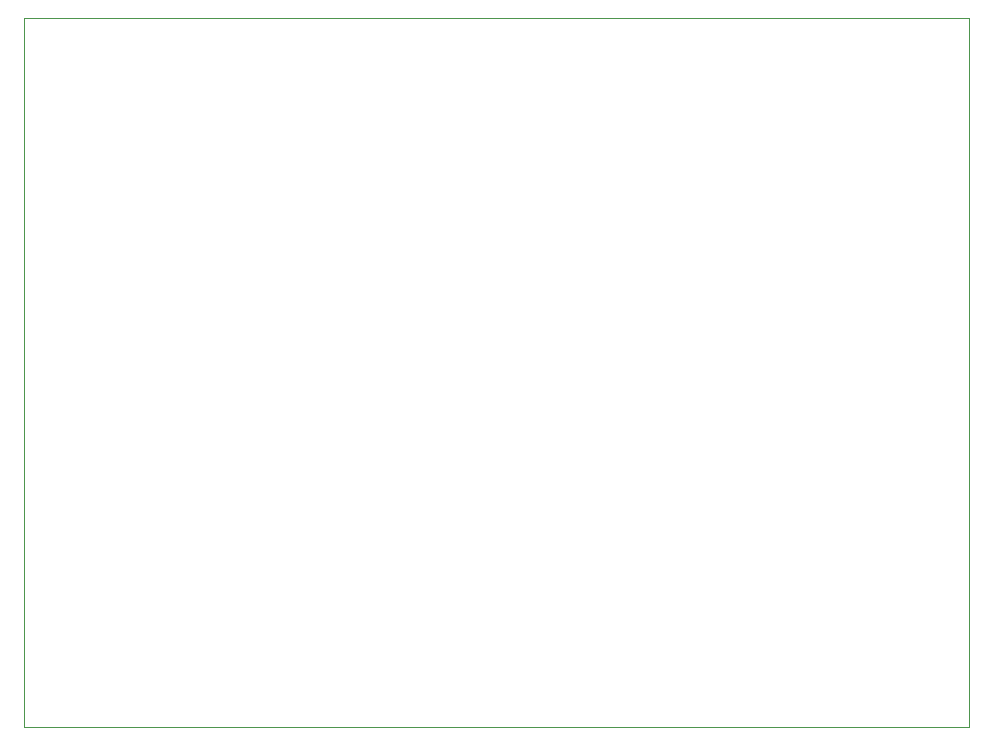
<source format=gm1>
G04 #@! TF.GenerationSoftware,KiCad,Pcbnew,(5.1.9)-1*
G04 #@! TF.CreationDate,2021-05-07T14:06:33-04:00*
G04 #@! TF.ProjectId,TommyPROM-schematics,546f6d6d-7950-4524-9f4d-2d736368656d,rev?*
G04 #@! TF.SameCoordinates,Original*
G04 #@! TF.FileFunction,Profile,NP*
%FSLAX46Y46*%
G04 Gerber Fmt 4.6, Leading zero omitted, Abs format (unit mm)*
G04 Created by KiCad (PCBNEW (5.1.9)-1) date 2021-05-07 14:06:33*
%MOMM*%
%LPD*%
G01*
G04 APERTURE LIST*
G04 #@! TA.AperFunction,Profile*
%ADD10C,0.050000*%
G04 #@! TD*
G04 APERTURE END LIST*
D10*
X116000000Y-128000000D02*
X117000000Y-128000000D01*
X116000000Y-68000000D02*
X117000000Y-68000000D01*
X196000000Y-68000000D02*
X196000000Y-128000000D01*
X195000000Y-68000000D02*
X196000000Y-68000000D01*
X117000000Y-68000000D02*
X195000000Y-68000000D01*
X116000000Y-128000000D02*
X116000000Y-68000000D01*
X196000000Y-128000000D02*
X117000000Y-128000000D01*
M02*

</source>
